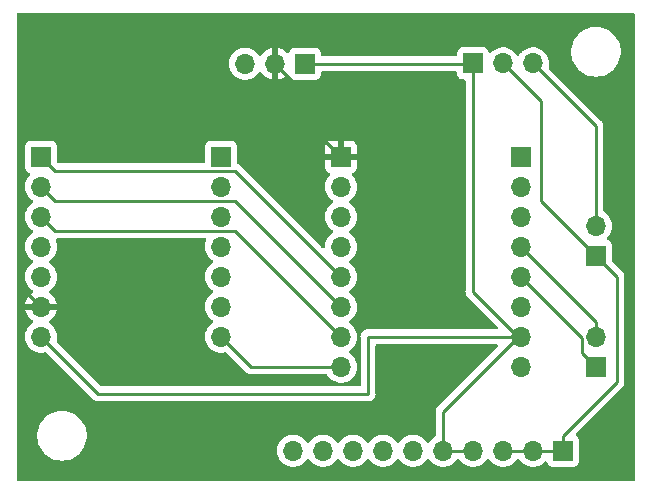
<source format=gbr>
%TF.GenerationSoftware,KiCad,Pcbnew,(6.0.5)*%
%TF.CreationDate,2022-06-15T23:12:15-05:00*%
%TF.ProjectId,hauptic_pcb,68617570-7469-4635-9f70-63622e6b6963,rev?*%
%TF.SameCoordinates,Original*%
%TF.FileFunction,Copper,L1,Top*%
%TF.FilePolarity,Positive*%
%FSLAX46Y46*%
G04 Gerber Fmt 4.6, Leading zero omitted, Abs format (unit mm)*
G04 Created by KiCad (PCBNEW (6.0.5)) date 2022-06-15 23:12:15*
%MOMM*%
%LPD*%
G01*
G04 APERTURE LIST*
%TA.AperFunction,ComponentPad*%
%ADD10O,1.700000X1.700000*%
%TD*%
%TA.AperFunction,ComponentPad*%
%ADD11R,1.700000X1.700000*%
%TD*%
%TA.AperFunction,Conductor*%
%ADD12C,0.250000*%
%TD*%
G04 APERTURE END LIST*
D10*
%TO.P,Regulator,3,Pin_3*%
%TO.N,Net-(Main_power1-Pad2)*%
X168656000Y-70841000D03*
%TO.P,Regulator,2,Pin_2*%
%TO.N,Net-(Communication1-Pad1)*%
X166116000Y-70841000D03*
D11*
%TO.P,Regulator,1,Pin_1*%
%TO.N,Net-(Communication1-Pad4)*%
X163576000Y-70841000D03*
%TD*%
%TO.P,Motor_driver,1,Pin_1*%
%TO.N,unconnected-(Motor_driver2-Pad1)*%
X167640000Y-78740000D03*
D10*
%TO.P,Motor_driver,2,Pin_2*%
%TO.N,unconnected-(Motor_driver2-Pad2)*%
X167640000Y-81280000D03*
%TO.P,Motor_driver,3,Pin_3*%
%TO.N,unconnected-(Motor_driver2-Pad3)*%
X167640000Y-83820000D03*
%TO.P,Motor_driver,4,Pin_4*%
%TO.N,Net-(Motor_driver2-Pad4)*%
X167640000Y-86360000D03*
%TO.P,Motor_driver,5,Pin_5*%
%TO.N,Net-(Motor_driver2-Pad5)*%
X167640000Y-88900000D03*
%TO.P,Motor_driver,6,Pin_6*%
%TO.N,Net-(Communication1-Pad1)*%
X167640000Y-91440000D03*
%TO.P,Motor_driver,7,Pin_7*%
%TO.N,Net-(Communication1-Pad4)*%
X167640000Y-93980000D03*
%TO.P,Motor_driver,8,Pin_8*%
%TO.N,Net-(Main_power1-Pad2)*%
X167640000Y-96520000D03*
%TD*%
D11*
%TO.P,Motor_driver,1,Pin_1*%
%TO.N,Net-(Sensor1-Pad2)*%
X152400000Y-78740000D03*
D10*
%TO.P,Motor_driver,2,Pin_2*%
%TO.N,unconnected-(Motor_driver1-Pad2)*%
X152400000Y-81280000D03*
%TO.P,Motor_driver,3,Pin_3*%
%TO.N,unconnected-(Motor_driver1-Pad3)*%
X152400000Y-83820000D03*
%TO.P,Motor_driver,4,Pin_4*%
%TO.N,unconnected-(Motor_driver1-Pad4)*%
X152400000Y-86360000D03*
%TO.P,Motor_driver,5,Pin_5*%
%TO.N,Net-(Logic_board1-Pad1)*%
X152400000Y-88900000D03*
%TO.P,Motor_driver,6,Pin_6*%
%TO.N,Net-(Logic_board1-Pad2)*%
X152400000Y-91440000D03*
%TO.P,Motor_driver,7,Pin_7*%
%TO.N,Net-(Logic_board1-Pad3)*%
X152400000Y-93980000D03*
%TO.P,Motor_driver,8,Pin_8*%
%TO.N,Net-(Logic_board2-Pad7)*%
X152400000Y-96520000D03*
%TD*%
D11*
%TO.P,Logic_board,1,Pin_1*%
%TO.N,unconnected-(Logic_board2-Pad1)*%
X142240000Y-78740000D03*
D10*
%TO.P,Logic_board,2,Pin_2*%
%TO.N,Net-(Communication1-Pad10)*%
X142240000Y-81280000D03*
%TO.P,Logic_board,3,Pin_3*%
%TO.N,Net-(Communication1-Pad7)*%
X142240000Y-83820000D03*
%TO.P,Logic_board,4,Pin_4*%
%TO.N,unconnected-(Logic_board2-Pad4)*%
X142240000Y-86360000D03*
%TO.P,Logic_board,5,Pin_5*%
%TO.N,Net-(Communication1-Pad6)*%
X142240000Y-88900000D03*
%TO.P,Logic_board,6,Pin_6*%
%TO.N,Net-(Sensor1-Pad3)*%
X142240000Y-91440000D03*
%TO.P,Logic_board,7,Pin_7*%
%TO.N,Net-(Logic_board2-Pad7)*%
X142240000Y-93980000D03*
%TD*%
%TO.P,Power,2,Pin_2*%
%TO.N,Net-(Main_power1-Pad2)*%
X173990000Y-84587000D03*
D11*
%TO.P,Power,1,Pin_1*%
%TO.N,Net-(Communication1-Pad1)*%
X173990000Y-87127000D03*
%TD*%
%TO.P,Sensor,1,Pin_1*%
%TO.N,Net-(Communication1-Pad4)*%
X149352000Y-70866000D03*
D10*
%TO.P,Sensor,2,Pin_2*%
%TO.N,Net-(Sensor1-Pad2)*%
X146812000Y-70866000D03*
%TO.P,Sensor,3,Pin_3*%
%TO.N,Net-(Sensor1-Pad3)*%
X144272000Y-70866000D03*
%TD*%
D11*
%TO.P,Communication,1,Pin_1*%
%TO.N,Net-(Communication1-Pad1)*%
X171196000Y-103632000D03*
D10*
%TO.P,Communication,2,Pin_2*%
X168656000Y-103632000D03*
%TO.P,Communication,3,Pin_3*%
X166116000Y-103632000D03*
%TO.P,Communication,4,Pin_4*%
%TO.N,Net-(Communication1-Pad4)*%
X163576000Y-103632000D03*
%TO.P,Communication,5,Pin_5*%
X161036000Y-103632000D03*
%TO.P,Communication,6,Pin_6*%
%TO.N,Net-(Communication1-Pad6)*%
X158496000Y-103632000D03*
%TO.P,Communication,7,Pin_7*%
%TO.N,Net-(Communication1-Pad7)*%
X155956000Y-103632000D03*
%TO.P,Communication,8,Pin_8*%
X153416000Y-103632000D03*
%TO.P,Communication,9,Pin_9*%
%TO.N,Net-(Communication1-Pad10)*%
X150876000Y-103632000D03*
%TO.P,Communication,10,Pin_10*%
X148336000Y-103632000D03*
%TD*%
D11*
%TO.P,Motor,1,Pin_1*%
%TO.N,Net-(Motor_driver2-Pad5)*%
X173990000Y-96525000D03*
D10*
%TO.P,Motor,2,Pin_2*%
%TO.N,Net-(Motor_driver2-Pad4)*%
X173990000Y-93985000D03*
%TD*%
D11*
%TO.P,Logic_board,1,Pin_1*%
%TO.N,Net-(Logic_board1-Pad1)*%
X127000000Y-78740000D03*
D10*
%TO.P,Logic_board,2,Pin_2*%
%TO.N,Net-(Logic_board1-Pad2)*%
X127000000Y-81280000D03*
%TO.P,Logic_board,3,Pin_3*%
%TO.N,Net-(Logic_board1-Pad3)*%
X127000000Y-83820000D03*
%TO.P,Logic_board,4,Pin_4*%
%TO.N,unconnected-(Logic_board1-Pad4)*%
X127000000Y-86360000D03*
%TO.P,Logic_board,5,Pin_5*%
%TO.N,unconnected-(Logic_board1-Pad5)*%
X127000000Y-88900000D03*
%TO.P,Logic_board,6,Pin_6*%
%TO.N,Net-(Sensor1-Pad2)*%
X127000000Y-91440000D03*
%TO.P,Logic_board,7,Pin_7*%
%TO.N,Net-(Communication1-Pad4)*%
X127000000Y-93980000D03*
%TD*%
D12*
%TO.N,Net-(Communication1-Pad4)*%
X161036000Y-100330000D02*
X167386000Y-93980000D01*
X161036000Y-103632000D02*
X161036000Y-100330000D01*
X163576000Y-90170000D02*
X167386000Y-93980000D01*
X163576000Y-70841000D02*
X163576000Y-90170000D01*
%TO.N,Net-(Communication1-Pad1)*%
X169317511Y-82454511D02*
X173990000Y-87127000D01*
X169317511Y-74042511D02*
X169317511Y-82454511D01*
X166116000Y-70841000D02*
X169317511Y-74042511D01*
%TO.N,Net-(Main_power1-Pad2)*%
X173990000Y-76175000D02*
X168656000Y-70841000D01*
X173990000Y-84587000D02*
X173990000Y-76175000D01*
%TO.N,Net-(Communication1-Pad4)*%
X163551000Y-70866000D02*
X163576000Y-70841000D01*
X149352000Y-70866000D02*
X163551000Y-70866000D01*
%TO.N,Net-(Motor_driver2-Pad4)*%
X173990000Y-92710000D02*
X167640000Y-86360000D01*
%TO.N,Net-(Motor_driver2-Pad5)*%
X172815489Y-94075489D02*
X167640000Y-88900000D01*
%TO.N,Net-(Communication1-Pad4)*%
X154686000Y-93980000D02*
X167386000Y-93980000D01*
%TO.N,Net-(Communication1-Pad1)*%
X171196000Y-102362000D02*
X171196000Y-103632000D01*
X173990000Y-87127000D02*
X175768000Y-88905000D01*
X168656000Y-103632000D02*
X166116000Y-103632000D01*
X175768000Y-97790000D02*
X171196000Y-102362000D01*
X175768000Y-88905000D02*
X175768000Y-97790000D01*
X171196000Y-103632000D02*
X168656000Y-103632000D01*
%TO.N,Net-(Communication1-Pad4)*%
X154686000Y-98806000D02*
X131826000Y-98806000D01*
X161036000Y-103632000D02*
X163576000Y-103632000D01*
X154686000Y-93980000D02*
X154686000Y-98806000D01*
X167640000Y-93980000D02*
X167132000Y-93980000D01*
X131826000Y-98806000D02*
X127000000Y-93980000D01*
%TO.N,Net-(Sensor1-Pad2)*%
X146812000Y-70866000D02*
X152400000Y-76454000D01*
X125222000Y-89662000D02*
X125222000Y-75946000D01*
X152400000Y-76454000D02*
X152400000Y-78740000D01*
X149606000Y-75946000D02*
X152400000Y-78740000D01*
X127000000Y-91440000D02*
X125222000Y-89662000D01*
X125222000Y-75946000D02*
X149606000Y-75946000D01*
%TO.N,Net-(Logic_board1-Pad1)*%
X128174511Y-79914511D02*
X143414511Y-79914511D01*
X143414511Y-79914511D02*
X152400000Y-88900000D01*
X127000000Y-78740000D02*
X128174511Y-79914511D01*
%TO.N,Net-(Logic_board1-Pad2)*%
X152400000Y-91440000D02*
X143414511Y-82454511D01*
X143414511Y-82454511D02*
X128174511Y-82454511D01*
X128174511Y-82454511D02*
X127000000Y-81280000D01*
%TO.N,Net-(Logic_board1-Pad3)*%
X152400000Y-93980000D02*
X143414511Y-84994511D01*
X143414511Y-84994511D02*
X128174511Y-84994511D01*
X128174511Y-84994511D02*
X127000000Y-83820000D01*
%TO.N,Net-(Logic_board2-Pad7)*%
X152400000Y-96520000D02*
X144780000Y-96520000D01*
X144780000Y-96520000D02*
X142240000Y-93980000D01*
%TO.N,Net-(Motor_driver2-Pad4)*%
X173990000Y-93985000D02*
X173990000Y-92710000D01*
%TO.N,Net-(Motor_driver2-Pad5)*%
X172815489Y-95350489D02*
X172815489Y-94075489D01*
X173990000Y-96525000D02*
X172815489Y-95350489D01*
%TD*%
%TA.AperFunction,Conductor*%
%TO.N,Net-(Sensor1-Pad2)*%
G36*
X177233621Y-66568502D02*
G01*
X177280114Y-66622158D01*
X177291500Y-66674500D01*
X177291500Y-106045500D01*
X177271498Y-106113621D01*
X177217842Y-106160114D01*
X177165500Y-106171500D01*
X125094500Y-106171500D01*
X125026379Y-106151498D01*
X124979886Y-106097842D01*
X124968500Y-106045500D01*
X124968500Y-102494703D01*
X126668743Y-102494703D01*
X126706268Y-102779734D01*
X126782129Y-103057036D01*
X126894923Y-103321476D01*
X127042561Y-103568161D01*
X127222313Y-103792528D01*
X127430851Y-103990423D01*
X127664317Y-104158186D01*
X127668112Y-104160195D01*
X127668113Y-104160196D01*
X127689869Y-104171715D01*
X127918392Y-104292712D01*
X128188373Y-104391511D01*
X128469264Y-104452755D01*
X128497841Y-104455004D01*
X128692282Y-104470307D01*
X128692291Y-104470307D01*
X128694739Y-104470500D01*
X128850271Y-104470500D01*
X128852407Y-104470354D01*
X128852418Y-104470354D01*
X129060548Y-104456165D01*
X129060554Y-104456164D01*
X129064825Y-104455873D01*
X129069020Y-104455004D01*
X129069022Y-104455004D01*
X129205584Y-104426723D01*
X129346342Y-104397574D01*
X129617343Y-104301607D01*
X129872812Y-104169750D01*
X129876313Y-104167289D01*
X129876317Y-104167287D01*
X129990417Y-104087096D01*
X130108023Y-104004441D01*
X130299223Y-103826767D01*
X130315479Y-103811661D01*
X130315481Y-103811658D01*
X130318622Y-103808740D01*
X130500713Y-103586268D01*
X130650927Y-103341142D01*
X130766483Y-103077898D01*
X130845244Y-102801406D01*
X130885751Y-102516784D01*
X130885845Y-102498951D01*
X130887235Y-102233583D01*
X130887235Y-102233576D01*
X130887257Y-102229297D01*
X130885765Y-102217959D01*
X130857653Y-102004434D01*
X130849732Y-101944266D01*
X130773871Y-101666964D01*
X130661077Y-101402524D01*
X130513439Y-101155839D01*
X130333687Y-100931472D01*
X130125149Y-100733577D01*
X129891683Y-100565814D01*
X129872202Y-100555499D01*
X129846654Y-100541972D01*
X129637608Y-100431288D01*
X129367627Y-100332489D01*
X129086736Y-100271245D01*
X129055685Y-100268801D01*
X128863718Y-100253693D01*
X128863709Y-100253693D01*
X128861261Y-100253500D01*
X128705729Y-100253500D01*
X128703593Y-100253646D01*
X128703582Y-100253646D01*
X128495452Y-100267835D01*
X128495446Y-100267836D01*
X128491175Y-100268127D01*
X128486980Y-100268996D01*
X128486978Y-100268996D01*
X128433156Y-100280142D01*
X128209658Y-100326426D01*
X127938657Y-100422393D01*
X127683188Y-100554250D01*
X127679687Y-100556711D01*
X127679683Y-100556713D01*
X127628900Y-100592404D01*
X127447977Y-100719559D01*
X127237378Y-100915260D01*
X127055287Y-101137732D01*
X126905073Y-101382858D01*
X126789517Y-101646102D01*
X126710756Y-101922594D01*
X126670249Y-102207216D01*
X126670227Y-102211505D01*
X126670226Y-102211512D01*
X126668765Y-102490417D01*
X126668743Y-102494703D01*
X124968500Y-102494703D01*
X124968500Y-93946695D01*
X125637251Y-93946695D01*
X125637548Y-93951848D01*
X125637548Y-93951851D01*
X125643011Y-94046590D01*
X125650110Y-94169715D01*
X125651247Y-94174761D01*
X125651248Y-94174767D01*
X125671119Y-94262939D01*
X125699222Y-94387639D01*
X125783266Y-94594616D01*
X125899987Y-94785088D01*
X126046250Y-94953938D01*
X126218126Y-95096632D01*
X126411000Y-95209338D01*
X126619692Y-95289030D01*
X126624760Y-95290061D01*
X126624763Y-95290062D01*
X126729466Y-95311364D01*
X126838597Y-95333567D01*
X126843772Y-95333757D01*
X126843774Y-95333757D01*
X127056673Y-95341564D01*
X127056677Y-95341564D01*
X127061837Y-95341753D01*
X127066957Y-95341097D01*
X127066959Y-95341097D01*
X127278288Y-95314025D01*
X127278289Y-95314025D01*
X127283416Y-95313368D01*
X127288367Y-95311883D01*
X127288370Y-95311882D01*
X127329829Y-95299444D01*
X127400825Y-95299028D01*
X127455131Y-95331035D01*
X131322343Y-99198247D01*
X131329887Y-99206537D01*
X131334000Y-99213018D01*
X131339777Y-99218443D01*
X131383667Y-99259658D01*
X131386509Y-99262413D01*
X131406231Y-99282135D01*
X131409355Y-99284558D01*
X131409359Y-99284562D01*
X131409424Y-99284612D01*
X131418445Y-99292317D01*
X131450679Y-99322586D01*
X131457627Y-99326405D01*
X131457629Y-99326407D01*
X131468432Y-99332346D01*
X131484959Y-99343202D01*
X131494698Y-99350757D01*
X131494700Y-99350758D01*
X131500960Y-99355614D01*
X131541540Y-99373174D01*
X131552188Y-99378391D01*
X131566415Y-99386212D01*
X131590940Y-99399695D01*
X131598616Y-99401666D01*
X131598619Y-99401667D01*
X131610562Y-99404733D01*
X131629267Y-99411137D01*
X131647855Y-99419181D01*
X131655678Y-99420420D01*
X131655688Y-99420423D01*
X131691524Y-99426099D01*
X131703144Y-99428505D01*
X131738289Y-99437528D01*
X131745970Y-99439500D01*
X131766224Y-99439500D01*
X131785934Y-99441051D01*
X131805943Y-99444220D01*
X131813835Y-99443474D01*
X131825263Y-99442394D01*
X131849962Y-99440059D01*
X131861819Y-99439500D01*
X154614207Y-99439500D01*
X154637816Y-99441732D01*
X154638119Y-99441790D01*
X154638123Y-99441790D01*
X154645906Y-99443275D01*
X154701951Y-99439749D01*
X154709862Y-99439500D01*
X154725856Y-99439500D01*
X154741730Y-99437494D01*
X154749590Y-99436752D01*
X154777049Y-99435024D01*
X154797737Y-99433723D01*
X154797738Y-99433723D01*
X154805650Y-99433225D01*
X154813191Y-99430775D01*
X154813487Y-99430679D01*
X154836631Y-99425506D01*
X154836935Y-99425468D01*
X154836940Y-99425467D01*
X154844797Y-99424474D01*
X154852162Y-99421558D01*
X154852166Y-99421557D01*
X154897011Y-99403801D01*
X154904430Y-99401129D01*
X154957875Y-99383764D01*
X154964572Y-99379514D01*
X154964831Y-99379350D01*
X154985958Y-99368585D01*
X154986246Y-99368471D01*
X154986251Y-99368468D01*
X154993617Y-99365552D01*
X155000025Y-99360896D01*
X155000031Y-99360893D01*
X155039052Y-99332542D01*
X155045589Y-99328099D01*
X155093018Y-99298000D01*
X155098659Y-99291993D01*
X155116446Y-99276312D01*
X155116691Y-99276134D01*
X155116693Y-99276132D01*
X155123107Y-99271472D01*
X155128162Y-99265362D01*
X155158903Y-99228204D01*
X155164134Y-99222270D01*
X155197158Y-99187102D01*
X155197160Y-99187099D01*
X155202586Y-99181321D01*
X155206558Y-99174097D01*
X155219881Y-99154494D01*
X155220080Y-99154254D01*
X155220084Y-99154247D01*
X155225133Y-99148144D01*
X155249047Y-99097324D01*
X155252629Y-99090292D01*
X155279695Y-99041060D01*
X155281665Y-99033385D01*
X155281668Y-99033379D01*
X155281744Y-99033081D01*
X155289776Y-99010772D01*
X155289906Y-99010497D01*
X155289909Y-99010489D01*
X155293283Y-99003318D01*
X155303806Y-98948151D01*
X155305532Y-98940429D01*
X155317529Y-98893707D01*
X155317529Y-98893706D01*
X155319500Y-98886030D01*
X155319500Y-98877793D01*
X155321732Y-98854184D01*
X155321790Y-98853881D01*
X155321790Y-98853877D01*
X155323275Y-98846094D01*
X155319749Y-98790049D01*
X155319500Y-98782138D01*
X155319500Y-94739500D01*
X155339502Y-94671379D01*
X155393158Y-94624886D01*
X155445500Y-94613500D01*
X165552406Y-94613500D01*
X165620527Y-94633502D01*
X165667020Y-94687158D01*
X165677124Y-94757432D01*
X165647630Y-94822012D01*
X165641502Y-94828594D01*
X163141105Y-97328990D01*
X160643747Y-99826348D01*
X160635461Y-99833888D01*
X160628982Y-99838000D01*
X160623557Y-99843777D01*
X160582357Y-99887651D01*
X160579602Y-99890493D01*
X160559865Y-99910230D01*
X160557385Y-99913427D01*
X160549682Y-99922447D01*
X160519414Y-99954679D01*
X160515595Y-99961625D01*
X160515593Y-99961628D01*
X160509652Y-99972434D01*
X160498801Y-99988953D01*
X160486386Y-100004959D01*
X160483241Y-100012228D01*
X160483238Y-100012232D01*
X160468826Y-100045537D01*
X160463609Y-100056187D01*
X160442305Y-100094940D01*
X160440334Y-100102615D01*
X160440334Y-100102616D01*
X160437267Y-100114562D01*
X160430863Y-100133266D01*
X160422819Y-100151855D01*
X160421580Y-100159678D01*
X160421577Y-100159688D01*
X160415901Y-100195524D01*
X160413495Y-100207144D01*
X160402500Y-100249970D01*
X160402500Y-100270224D01*
X160400949Y-100289934D01*
X160397780Y-100309943D01*
X160398526Y-100317835D01*
X160401941Y-100353961D01*
X160402500Y-100365819D01*
X160402500Y-102353692D01*
X160382498Y-102421813D01*
X160334683Y-102465453D01*
X160309607Y-102478507D01*
X160305474Y-102481610D01*
X160305471Y-102481612D01*
X160135100Y-102609530D01*
X160130965Y-102612635D01*
X160091525Y-102653907D01*
X160037280Y-102710671D01*
X159976629Y-102774138D01*
X159869201Y-102931621D01*
X159814293Y-102976621D01*
X159743768Y-102984792D01*
X159680021Y-102953538D01*
X159659324Y-102929054D01*
X159578822Y-102804617D01*
X159578820Y-102804614D01*
X159576014Y-102800277D01*
X159425670Y-102635051D01*
X159421619Y-102631852D01*
X159421615Y-102631848D01*
X159254414Y-102499800D01*
X159254410Y-102499798D01*
X159250359Y-102496598D01*
X159245831Y-102494098D01*
X159129988Y-102430150D01*
X159054789Y-102388638D01*
X159049920Y-102386914D01*
X159049916Y-102386912D01*
X158849087Y-102315795D01*
X158849083Y-102315794D01*
X158844212Y-102314069D01*
X158839119Y-102313162D01*
X158839116Y-102313161D01*
X158629373Y-102275800D01*
X158629367Y-102275799D01*
X158624284Y-102274894D01*
X158550452Y-102273992D01*
X158406081Y-102272228D01*
X158406079Y-102272228D01*
X158400911Y-102272165D01*
X158180091Y-102305955D01*
X157967756Y-102375357D01*
X157937443Y-102391137D01*
X157793975Y-102465822D01*
X157769607Y-102478507D01*
X157765474Y-102481610D01*
X157765471Y-102481612D01*
X157595100Y-102609530D01*
X157590965Y-102612635D01*
X157551525Y-102653907D01*
X157497280Y-102710671D01*
X157436629Y-102774138D01*
X157329201Y-102931621D01*
X157274293Y-102976621D01*
X157203768Y-102984792D01*
X157140021Y-102953538D01*
X157119324Y-102929054D01*
X157038822Y-102804617D01*
X157038820Y-102804614D01*
X157036014Y-102800277D01*
X156885670Y-102635051D01*
X156881619Y-102631852D01*
X156881615Y-102631848D01*
X156714414Y-102499800D01*
X156714410Y-102499798D01*
X156710359Y-102496598D01*
X156705831Y-102494098D01*
X156589988Y-102430150D01*
X156514789Y-102388638D01*
X156509920Y-102386914D01*
X156509916Y-102386912D01*
X156309087Y-102315795D01*
X156309083Y-102315794D01*
X156304212Y-102314069D01*
X156299119Y-102313162D01*
X156299116Y-102313161D01*
X156089373Y-102275800D01*
X156089367Y-102275799D01*
X156084284Y-102274894D01*
X156010452Y-102273992D01*
X155866081Y-102272228D01*
X155866079Y-102272228D01*
X155860911Y-102272165D01*
X155640091Y-102305955D01*
X155427756Y-102375357D01*
X155397443Y-102391137D01*
X155253975Y-102465822D01*
X155229607Y-102478507D01*
X155225474Y-102481610D01*
X155225471Y-102481612D01*
X155055100Y-102609530D01*
X155050965Y-102612635D01*
X155011525Y-102653907D01*
X154957280Y-102710671D01*
X154896629Y-102774138D01*
X154789201Y-102931621D01*
X154734293Y-102976621D01*
X154663768Y-102984792D01*
X154600021Y-102953538D01*
X154579324Y-102929054D01*
X154498822Y-102804617D01*
X154498820Y-102804614D01*
X154496014Y-102800277D01*
X154345670Y-102635051D01*
X154341619Y-102631852D01*
X154341615Y-102631848D01*
X154174414Y-102499800D01*
X154174410Y-102499798D01*
X154170359Y-102496598D01*
X154165831Y-102494098D01*
X154049988Y-102430150D01*
X153974789Y-102388638D01*
X153969920Y-102386914D01*
X153969916Y-102386912D01*
X153769087Y-102315795D01*
X153769083Y-102315794D01*
X153764212Y-102314069D01*
X153759119Y-102313162D01*
X153759116Y-102313161D01*
X153549373Y-102275800D01*
X153549367Y-102275799D01*
X153544284Y-102274894D01*
X153470452Y-102273992D01*
X153326081Y-102272228D01*
X153326079Y-102272228D01*
X153320911Y-102272165D01*
X153100091Y-102305955D01*
X152887756Y-102375357D01*
X152857443Y-102391137D01*
X152713975Y-102465822D01*
X152689607Y-102478507D01*
X152685474Y-102481610D01*
X152685471Y-102481612D01*
X152515100Y-102609530D01*
X152510965Y-102612635D01*
X152471525Y-102653907D01*
X152417280Y-102710671D01*
X152356629Y-102774138D01*
X152249201Y-102931621D01*
X152194293Y-102976621D01*
X152123768Y-102984792D01*
X152060021Y-102953538D01*
X152039324Y-102929054D01*
X151958822Y-102804617D01*
X151958820Y-102804614D01*
X151956014Y-102800277D01*
X151805670Y-102635051D01*
X151801619Y-102631852D01*
X151801615Y-102631848D01*
X151634414Y-102499800D01*
X151634410Y-102499798D01*
X151630359Y-102496598D01*
X151625831Y-102494098D01*
X151509988Y-102430150D01*
X151434789Y-102388638D01*
X151429920Y-102386914D01*
X151429916Y-102386912D01*
X151229087Y-102315795D01*
X151229083Y-102315794D01*
X151224212Y-102314069D01*
X151219119Y-102313162D01*
X151219116Y-102313161D01*
X151009373Y-102275800D01*
X151009367Y-102275799D01*
X151004284Y-102274894D01*
X150930452Y-102273992D01*
X150786081Y-102272228D01*
X150786079Y-102272228D01*
X150780911Y-102272165D01*
X150560091Y-102305955D01*
X150347756Y-102375357D01*
X150317443Y-102391137D01*
X150173975Y-102465822D01*
X150149607Y-102478507D01*
X150145474Y-102481610D01*
X150145471Y-102481612D01*
X149975100Y-102609530D01*
X149970965Y-102612635D01*
X149931525Y-102653907D01*
X149877280Y-102710671D01*
X149816629Y-102774138D01*
X149709201Y-102931621D01*
X149654293Y-102976621D01*
X149583768Y-102984792D01*
X149520021Y-102953538D01*
X149499324Y-102929054D01*
X149418822Y-102804617D01*
X149418820Y-102804614D01*
X149416014Y-102800277D01*
X149265670Y-102635051D01*
X149261619Y-102631852D01*
X149261615Y-102631848D01*
X149094414Y-102499800D01*
X149094410Y-102499798D01*
X149090359Y-102496598D01*
X149085831Y-102494098D01*
X148969988Y-102430150D01*
X148894789Y-102388638D01*
X148889920Y-102386914D01*
X148889916Y-102386912D01*
X148689087Y-102315795D01*
X148689083Y-102315794D01*
X148684212Y-102314069D01*
X148679119Y-102313162D01*
X148679116Y-102313161D01*
X148469373Y-102275800D01*
X148469367Y-102275799D01*
X148464284Y-102274894D01*
X148390452Y-102273992D01*
X148246081Y-102272228D01*
X148246079Y-102272228D01*
X148240911Y-102272165D01*
X148020091Y-102305955D01*
X147807756Y-102375357D01*
X147777443Y-102391137D01*
X147633975Y-102465822D01*
X147609607Y-102478507D01*
X147605474Y-102481610D01*
X147605471Y-102481612D01*
X147435100Y-102609530D01*
X147430965Y-102612635D01*
X147391525Y-102653907D01*
X147337280Y-102710671D01*
X147276629Y-102774138D01*
X147150743Y-102958680D01*
X147056688Y-103161305D01*
X146996989Y-103376570D01*
X146973251Y-103598695D01*
X146973548Y-103603848D01*
X146973548Y-103603851D01*
X146985362Y-103808740D01*
X146986110Y-103821715D01*
X146987247Y-103826761D01*
X146987248Y-103826767D01*
X147011304Y-103933508D01*
X147035222Y-104039639D01*
X147119266Y-104246616D01*
X147156366Y-104307158D01*
X147233291Y-104432688D01*
X147235987Y-104437088D01*
X147382250Y-104605938D01*
X147554126Y-104748632D01*
X147747000Y-104861338D01*
X147955692Y-104941030D01*
X147960760Y-104942061D01*
X147960763Y-104942062D01*
X148068017Y-104963883D01*
X148174597Y-104985567D01*
X148179772Y-104985757D01*
X148179774Y-104985757D01*
X148392673Y-104993564D01*
X148392677Y-104993564D01*
X148397837Y-104993753D01*
X148402957Y-104993097D01*
X148402959Y-104993097D01*
X148614288Y-104966025D01*
X148614289Y-104966025D01*
X148619416Y-104965368D01*
X148624366Y-104963883D01*
X148828429Y-104902661D01*
X148828434Y-104902659D01*
X148833384Y-104901174D01*
X149033994Y-104802896D01*
X149215860Y-104673173D01*
X149374096Y-104515489D01*
X149406563Y-104470307D01*
X149504453Y-104334077D01*
X149505776Y-104335028D01*
X149552645Y-104291857D01*
X149622580Y-104279625D01*
X149688026Y-104307144D01*
X149715875Y-104338994D01*
X149775987Y-104437088D01*
X149922250Y-104605938D01*
X150094126Y-104748632D01*
X150287000Y-104861338D01*
X150495692Y-104941030D01*
X150500760Y-104942061D01*
X150500763Y-104942062D01*
X150608017Y-104963883D01*
X150714597Y-104985567D01*
X150719772Y-104985757D01*
X150719774Y-104985757D01*
X150932673Y-104993564D01*
X150932677Y-104993564D01*
X150937837Y-104993753D01*
X150942957Y-104993097D01*
X150942959Y-104993097D01*
X151154288Y-104966025D01*
X151154289Y-104966025D01*
X151159416Y-104965368D01*
X151164366Y-104963883D01*
X151368429Y-104902661D01*
X151368434Y-104902659D01*
X151373384Y-104901174D01*
X151573994Y-104802896D01*
X151755860Y-104673173D01*
X151914096Y-104515489D01*
X151946563Y-104470307D01*
X152044453Y-104334077D01*
X152045776Y-104335028D01*
X152092645Y-104291857D01*
X152162580Y-104279625D01*
X152228026Y-104307144D01*
X152255875Y-104338994D01*
X152315987Y-104437088D01*
X152462250Y-104605938D01*
X152634126Y-104748632D01*
X152827000Y-104861338D01*
X153035692Y-104941030D01*
X153040760Y-104942061D01*
X153040763Y-104942062D01*
X153148017Y-104963883D01*
X153254597Y-104985567D01*
X153259772Y-104985757D01*
X153259774Y-104985757D01*
X153472673Y-104993564D01*
X153472677Y-104993564D01*
X153477837Y-104993753D01*
X153482957Y-104993097D01*
X153482959Y-104993097D01*
X153694288Y-104966025D01*
X153694289Y-104966025D01*
X153699416Y-104965368D01*
X153704366Y-104963883D01*
X153908429Y-104902661D01*
X153908434Y-104902659D01*
X153913384Y-104901174D01*
X154113994Y-104802896D01*
X154295860Y-104673173D01*
X154454096Y-104515489D01*
X154486563Y-104470307D01*
X154584453Y-104334077D01*
X154585776Y-104335028D01*
X154632645Y-104291857D01*
X154702580Y-104279625D01*
X154768026Y-104307144D01*
X154795875Y-104338994D01*
X154855987Y-104437088D01*
X155002250Y-104605938D01*
X155174126Y-104748632D01*
X155367000Y-104861338D01*
X155575692Y-104941030D01*
X155580760Y-104942061D01*
X155580763Y-104942062D01*
X155688017Y-104963883D01*
X155794597Y-104985567D01*
X155799772Y-104985757D01*
X155799774Y-104985757D01*
X156012673Y-104993564D01*
X156012677Y-104993564D01*
X156017837Y-104993753D01*
X156022957Y-104993097D01*
X156022959Y-104993097D01*
X156234288Y-104966025D01*
X156234289Y-104966025D01*
X156239416Y-104965368D01*
X156244366Y-104963883D01*
X156448429Y-104902661D01*
X156448434Y-104902659D01*
X156453384Y-104901174D01*
X156653994Y-104802896D01*
X156835860Y-104673173D01*
X156994096Y-104515489D01*
X157026563Y-104470307D01*
X157124453Y-104334077D01*
X157125776Y-104335028D01*
X157172645Y-104291857D01*
X157242580Y-104279625D01*
X157308026Y-104307144D01*
X157335875Y-104338994D01*
X157395987Y-104437088D01*
X157542250Y-104605938D01*
X157714126Y-104748632D01*
X157907000Y-104861338D01*
X158115692Y-104941030D01*
X158120760Y-104942061D01*
X158120763Y-104942062D01*
X158228017Y-104963883D01*
X158334597Y-104985567D01*
X158339772Y-104985757D01*
X158339774Y-104985757D01*
X158552673Y-104993564D01*
X158552677Y-104993564D01*
X158557837Y-104993753D01*
X158562957Y-104993097D01*
X158562959Y-104993097D01*
X158774288Y-104966025D01*
X158774289Y-104966025D01*
X158779416Y-104965368D01*
X158784366Y-104963883D01*
X158988429Y-104902661D01*
X158988434Y-104902659D01*
X158993384Y-104901174D01*
X159193994Y-104802896D01*
X159375860Y-104673173D01*
X159534096Y-104515489D01*
X159566563Y-104470307D01*
X159664453Y-104334077D01*
X159665776Y-104335028D01*
X159712645Y-104291857D01*
X159782580Y-104279625D01*
X159848026Y-104307144D01*
X159875875Y-104338994D01*
X159935987Y-104437088D01*
X160082250Y-104605938D01*
X160254126Y-104748632D01*
X160447000Y-104861338D01*
X160655692Y-104941030D01*
X160660760Y-104942061D01*
X160660763Y-104942062D01*
X160768017Y-104963883D01*
X160874597Y-104985567D01*
X160879772Y-104985757D01*
X160879774Y-104985757D01*
X161092673Y-104993564D01*
X161092677Y-104993564D01*
X161097837Y-104993753D01*
X161102957Y-104993097D01*
X161102959Y-104993097D01*
X161314288Y-104966025D01*
X161314289Y-104966025D01*
X161319416Y-104965368D01*
X161324366Y-104963883D01*
X161528429Y-104902661D01*
X161528434Y-104902659D01*
X161533384Y-104901174D01*
X161733994Y-104802896D01*
X161915860Y-104673173D01*
X162074096Y-104515489D01*
X162106563Y-104470307D01*
X162204453Y-104334077D01*
X162205774Y-104335026D01*
X162252663Y-104291849D01*
X162322600Y-104279628D01*
X162388042Y-104307158D01*
X162415874Y-104338995D01*
X162473285Y-104432680D01*
X162473290Y-104432687D01*
X162475987Y-104437088D01*
X162622250Y-104605938D01*
X162794126Y-104748632D01*
X162987000Y-104861338D01*
X163195692Y-104941030D01*
X163200760Y-104942061D01*
X163200763Y-104942062D01*
X163308017Y-104963883D01*
X163414597Y-104985567D01*
X163419772Y-104985757D01*
X163419774Y-104985757D01*
X163632673Y-104993564D01*
X163632677Y-104993564D01*
X163637837Y-104993753D01*
X163642957Y-104993097D01*
X163642959Y-104993097D01*
X163854288Y-104966025D01*
X163854289Y-104966025D01*
X163859416Y-104965368D01*
X163864366Y-104963883D01*
X164068429Y-104902661D01*
X164068434Y-104902659D01*
X164073384Y-104901174D01*
X164273994Y-104802896D01*
X164455860Y-104673173D01*
X164614096Y-104515489D01*
X164646563Y-104470307D01*
X164744453Y-104334077D01*
X164745776Y-104335028D01*
X164792645Y-104291857D01*
X164862580Y-104279625D01*
X164928026Y-104307144D01*
X164955875Y-104338994D01*
X165015987Y-104437088D01*
X165162250Y-104605938D01*
X165334126Y-104748632D01*
X165527000Y-104861338D01*
X165735692Y-104941030D01*
X165740760Y-104942061D01*
X165740763Y-104942062D01*
X165848017Y-104963883D01*
X165954597Y-104985567D01*
X165959772Y-104985757D01*
X165959774Y-104985757D01*
X166172673Y-104993564D01*
X166172677Y-104993564D01*
X166177837Y-104993753D01*
X166182957Y-104993097D01*
X166182959Y-104993097D01*
X166394288Y-104966025D01*
X166394289Y-104966025D01*
X166399416Y-104965368D01*
X166404366Y-104963883D01*
X166608429Y-104902661D01*
X166608434Y-104902659D01*
X166613384Y-104901174D01*
X166813994Y-104802896D01*
X166995860Y-104673173D01*
X167154096Y-104515489D01*
X167186563Y-104470307D01*
X167284453Y-104334077D01*
X167285774Y-104335026D01*
X167332663Y-104291849D01*
X167402600Y-104279628D01*
X167468042Y-104307158D01*
X167495874Y-104338995D01*
X167553285Y-104432680D01*
X167553290Y-104432687D01*
X167555987Y-104437088D01*
X167702250Y-104605938D01*
X167874126Y-104748632D01*
X168067000Y-104861338D01*
X168275692Y-104941030D01*
X168280760Y-104942061D01*
X168280763Y-104942062D01*
X168388017Y-104963883D01*
X168494597Y-104985567D01*
X168499772Y-104985757D01*
X168499774Y-104985757D01*
X168712673Y-104993564D01*
X168712677Y-104993564D01*
X168717837Y-104993753D01*
X168722957Y-104993097D01*
X168722959Y-104993097D01*
X168934288Y-104966025D01*
X168934289Y-104966025D01*
X168939416Y-104965368D01*
X168944366Y-104963883D01*
X169148429Y-104902661D01*
X169148434Y-104902659D01*
X169153384Y-104901174D01*
X169353994Y-104802896D01*
X169535860Y-104673173D01*
X169644091Y-104565319D01*
X169706462Y-104531404D01*
X169777268Y-104536592D01*
X169834030Y-104579238D01*
X169851012Y-104610341D01*
X169895385Y-104728705D01*
X169982739Y-104845261D01*
X170099295Y-104932615D01*
X170235684Y-104983745D01*
X170297866Y-104990500D01*
X172094134Y-104990500D01*
X172156316Y-104983745D01*
X172292705Y-104932615D01*
X172409261Y-104845261D01*
X172496615Y-104728705D01*
X172547745Y-104592316D01*
X172554500Y-104530134D01*
X172554500Y-102733866D01*
X172547745Y-102671684D01*
X172496615Y-102535295D01*
X172409261Y-102418739D01*
X172311716Y-102345633D01*
X172269204Y-102288777D01*
X172264178Y-102217959D01*
X172298189Y-102155715D01*
X176160247Y-98293657D01*
X176168537Y-98286113D01*
X176175018Y-98282000D01*
X176221659Y-98232332D01*
X176224413Y-98229491D01*
X176244134Y-98209770D01*
X176246612Y-98206575D01*
X176254318Y-98197553D01*
X176279158Y-98171101D01*
X176284586Y-98165321D01*
X176290732Y-98154142D01*
X176294346Y-98147568D01*
X176305199Y-98131045D01*
X176312753Y-98121306D01*
X176317613Y-98115041D01*
X176335176Y-98074457D01*
X176340383Y-98063827D01*
X176361695Y-98025060D01*
X176363666Y-98017383D01*
X176363668Y-98017378D01*
X176366732Y-98005442D01*
X176373138Y-97986730D01*
X176378034Y-97975417D01*
X176381181Y-97968145D01*
X176388097Y-97924481D01*
X176390504Y-97912860D01*
X176399528Y-97877711D01*
X176399528Y-97877710D01*
X176401500Y-97870030D01*
X176401500Y-97849769D01*
X176403051Y-97830058D01*
X176403256Y-97828767D01*
X176406219Y-97810057D01*
X176402059Y-97766046D01*
X176401500Y-97754189D01*
X176401500Y-88983768D01*
X176402027Y-88972585D01*
X176403702Y-88965092D01*
X176401562Y-88897001D01*
X176401500Y-88893044D01*
X176401500Y-88865144D01*
X176400996Y-88861153D01*
X176400063Y-88849311D01*
X176399571Y-88833637D01*
X176398674Y-88805111D01*
X176396462Y-88797497D01*
X176396461Y-88797492D01*
X176393023Y-88785659D01*
X176389012Y-88766295D01*
X176387467Y-88754064D01*
X176386474Y-88746203D01*
X176383557Y-88738836D01*
X176383556Y-88738831D01*
X176370198Y-88705092D01*
X176366354Y-88693865D01*
X176361559Y-88677361D01*
X176354018Y-88651407D01*
X176343707Y-88633972D01*
X176335012Y-88616224D01*
X176327552Y-88597383D01*
X176301564Y-88561613D01*
X176295048Y-88551693D01*
X176276580Y-88520465D01*
X176276578Y-88520462D01*
X176272542Y-88513638D01*
X176258221Y-88499317D01*
X176245380Y-88484283D01*
X176238131Y-88474306D01*
X176233472Y-88467893D01*
X176199395Y-88439702D01*
X176190616Y-88431712D01*
X175385405Y-87626501D01*
X175351379Y-87564189D01*
X175348500Y-87537406D01*
X175348500Y-86228866D01*
X175341745Y-86166684D01*
X175290615Y-86030295D01*
X175203261Y-85913739D01*
X175086705Y-85826385D01*
X175074132Y-85821672D01*
X174968203Y-85781960D01*
X174911439Y-85739318D01*
X174886739Y-85672756D01*
X174901947Y-85603408D01*
X174923493Y-85574727D01*
X175028096Y-85470489D01*
X175158453Y-85289077D01*
X175190321Y-85224598D01*
X175255136Y-85093453D01*
X175255137Y-85093451D01*
X175257430Y-85088811D01*
X175322370Y-84875069D01*
X175351529Y-84653590D01*
X175352130Y-84628990D01*
X175353074Y-84590365D01*
X175353074Y-84590361D01*
X175353156Y-84587000D01*
X175334852Y-84364361D01*
X175280431Y-84147702D01*
X175191354Y-83942840D01*
X175111885Y-83820000D01*
X175072822Y-83759617D01*
X175072820Y-83759614D01*
X175070014Y-83755277D01*
X174919670Y-83590051D01*
X174915619Y-83586852D01*
X174915615Y-83586848D01*
X174748414Y-83454800D01*
X174748410Y-83454798D01*
X174744359Y-83451598D01*
X174739835Y-83449101D01*
X174739831Y-83449098D01*
X174688608Y-83420822D01*
X174638636Y-83370390D01*
X174623500Y-83310513D01*
X174623500Y-76253767D01*
X174624027Y-76242584D01*
X174625702Y-76235091D01*
X174623562Y-76167014D01*
X174623500Y-76163055D01*
X174623500Y-76135144D01*
X174622995Y-76131144D01*
X174622062Y-76119301D01*
X174620922Y-76083029D01*
X174620673Y-76075110D01*
X174615022Y-76055658D01*
X174611014Y-76036306D01*
X174609467Y-76024063D01*
X174608474Y-76016203D01*
X174605556Y-76008832D01*
X174592200Y-75975097D01*
X174588355Y-75963870D01*
X174587721Y-75961687D01*
X174576018Y-75921407D01*
X174565707Y-75903972D01*
X174557012Y-75886224D01*
X174549552Y-75867383D01*
X174523564Y-75831613D01*
X174517048Y-75821693D01*
X174498580Y-75790465D01*
X174498578Y-75790462D01*
X174494542Y-75783638D01*
X174480221Y-75769317D01*
X174467380Y-75754283D01*
X174460131Y-75744306D01*
X174455472Y-75737893D01*
X174421395Y-75709702D01*
X174412616Y-75701712D01*
X170007218Y-71296313D01*
X169973192Y-71234001D01*
X169975755Y-71170589D01*
X169986865Y-71134022D01*
X169988370Y-71129069D01*
X170017529Y-70907590D01*
X170019156Y-70841000D01*
X170000852Y-70618361D01*
X169946431Y-70401702D01*
X169857354Y-70196840D01*
X169754995Y-70038617D01*
X169738822Y-70013617D01*
X169738820Y-70013614D01*
X169736014Y-70009277D01*
X169711834Y-69982703D01*
X171880743Y-69982703D01*
X171881302Y-69986947D01*
X171881302Y-69986951D01*
X171884654Y-70012411D01*
X171918268Y-70267734D01*
X171994129Y-70545036D01*
X172106923Y-70809476D01*
X172254561Y-71056161D01*
X172434313Y-71280528D01*
X172642851Y-71478423D01*
X172876317Y-71646186D01*
X172880112Y-71648195D01*
X172880113Y-71648196D01*
X172901869Y-71659715D01*
X173130392Y-71780712D01*
X173400373Y-71879511D01*
X173681264Y-71940755D01*
X173709841Y-71943004D01*
X173904282Y-71958307D01*
X173904291Y-71958307D01*
X173906739Y-71958500D01*
X174062271Y-71958500D01*
X174064407Y-71958354D01*
X174064418Y-71958354D01*
X174272548Y-71944165D01*
X174272554Y-71944164D01*
X174276825Y-71943873D01*
X174281020Y-71943004D01*
X174281022Y-71943004D01*
X174473494Y-71903145D01*
X174558342Y-71885574D01*
X174829343Y-71789607D01*
X175084812Y-71657750D01*
X175088313Y-71655289D01*
X175088317Y-71655287D01*
X175212404Y-71568077D01*
X175320023Y-71492441D01*
X175530622Y-71296740D01*
X175712713Y-71074268D01*
X175862927Y-70829142D01*
X175978483Y-70565898D01*
X176057244Y-70289406D01*
X176097751Y-70004784D01*
X176097843Y-69987403D01*
X176099235Y-69721583D01*
X176099235Y-69721576D01*
X176099257Y-69717297D01*
X176098627Y-69712507D01*
X176081544Y-69582750D01*
X176061732Y-69432266D01*
X175985871Y-69154964D01*
X175873077Y-68890524D01*
X175725439Y-68643839D01*
X175545687Y-68419472D01*
X175337149Y-68221577D01*
X175103683Y-68053814D01*
X175081843Y-68042250D01*
X175058654Y-68029972D01*
X174849608Y-67919288D01*
X174579627Y-67820489D01*
X174298736Y-67759245D01*
X174267685Y-67756801D01*
X174075718Y-67741693D01*
X174075709Y-67741693D01*
X174073261Y-67741500D01*
X173917729Y-67741500D01*
X173915593Y-67741646D01*
X173915582Y-67741646D01*
X173707452Y-67755835D01*
X173707446Y-67755836D01*
X173703175Y-67756127D01*
X173698980Y-67756996D01*
X173698978Y-67756996D01*
X173562416Y-67785277D01*
X173421658Y-67814426D01*
X173150657Y-67910393D01*
X172895188Y-68042250D01*
X172891687Y-68044711D01*
X172891683Y-68044713D01*
X172881594Y-68051804D01*
X172659977Y-68207559D01*
X172449378Y-68403260D01*
X172267287Y-68625732D01*
X172117073Y-68870858D01*
X172001517Y-69134102D01*
X171922756Y-69410594D01*
X171882249Y-69695216D01*
X171882227Y-69699505D01*
X171882226Y-69699512D01*
X171880765Y-69978417D01*
X171880743Y-69982703D01*
X169711834Y-69982703D01*
X169585670Y-69844051D01*
X169581619Y-69840852D01*
X169581615Y-69840848D01*
X169414414Y-69708800D01*
X169414410Y-69708798D01*
X169410359Y-69705598D01*
X169383850Y-69690964D01*
X169327611Y-69659919D01*
X169214789Y-69597638D01*
X169209920Y-69595914D01*
X169209916Y-69595912D01*
X169009087Y-69524795D01*
X169009083Y-69524794D01*
X169004212Y-69523069D01*
X168999119Y-69522162D01*
X168999116Y-69522161D01*
X168789373Y-69484800D01*
X168789367Y-69484799D01*
X168784284Y-69483894D01*
X168710452Y-69482992D01*
X168566081Y-69481228D01*
X168566079Y-69481228D01*
X168560911Y-69481165D01*
X168340091Y-69514955D01*
X168127756Y-69584357D01*
X167929607Y-69687507D01*
X167925474Y-69690610D01*
X167925471Y-69690612D01*
X167830246Y-69762109D01*
X167750965Y-69821635D01*
X167725894Y-69847870D01*
X167614470Y-69964469D01*
X167596629Y-69983138D01*
X167489201Y-70140621D01*
X167434293Y-70185621D01*
X167363768Y-70193792D01*
X167300021Y-70162538D01*
X167279324Y-70138054D01*
X167198822Y-70013617D01*
X167198820Y-70013614D01*
X167196014Y-70009277D01*
X167045670Y-69844051D01*
X167041619Y-69840852D01*
X167041615Y-69840848D01*
X166874414Y-69708800D01*
X166874410Y-69708798D01*
X166870359Y-69705598D01*
X166843850Y-69690964D01*
X166787611Y-69659919D01*
X166674789Y-69597638D01*
X166669920Y-69595914D01*
X166669916Y-69595912D01*
X166469087Y-69524795D01*
X166469083Y-69524794D01*
X166464212Y-69523069D01*
X166459119Y-69522162D01*
X166459116Y-69522161D01*
X166249373Y-69484800D01*
X166249367Y-69484799D01*
X166244284Y-69483894D01*
X166170452Y-69482992D01*
X166026081Y-69481228D01*
X166026079Y-69481228D01*
X166020911Y-69481165D01*
X165800091Y-69514955D01*
X165587756Y-69584357D01*
X165389607Y-69687507D01*
X165385474Y-69690610D01*
X165385471Y-69690612D01*
X165290246Y-69762109D01*
X165210965Y-69821635D01*
X165137717Y-69898285D01*
X165130283Y-69906064D01*
X165068759Y-69941494D01*
X164997846Y-69938037D01*
X164940060Y-69896791D01*
X164921207Y-69863243D01*
X164879767Y-69752703D01*
X164876615Y-69744295D01*
X164789261Y-69627739D01*
X164672705Y-69540385D01*
X164536316Y-69489255D01*
X164474134Y-69482500D01*
X162677866Y-69482500D01*
X162615684Y-69489255D01*
X162479295Y-69540385D01*
X162362739Y-69627739D01*
X162275385Y-69744295D01*
X162224255Y-69880684D01*
X162217500Y-69942866D01*
X162217500Y-70106500D01*
X162197498Y-70174621D01*
X162143842Y-70221114D01*
X162091500Y-70232500D01*
X150836500Y-70232500D01*
X150768379Y-70212498D01*
X150721886Y-70158842D01*
X150710500Y-70106500D01*
X150710500Y-69967866D01*
X150703745Y-69905684D01*
X150652615Y-69769295D01*
X150565261Y-69652739D01*
X150448705Y-69565385D01*
X150312316Y-69514255D01*
X150250134Y-69507500D01*
X148453866Y-69507500D01*
X148391684Y-69514255D01*
X148255295Y-69565385D01*
X148138739Y-69652739D01*
X148051385Y-69769295D01*
X148048233Y-69777703D01*
X148048232Y-69777705D01*
X148006722Y-69888433D01*
X147964081Y-69945198D01*
X147897519Y-69969898D01*
X147828170Y-69954691D01*
X147795546Y-69929004D01*
X147744799Y-69873234D01*
X147737273Y-69866215D01*
X147570139Y-69734222D01*
X147561552Y-69728517D01*
X147375117Y-69625599D01*
X147365705Y-69621369D01*
X147164959Y-69550280D01*
X147154988Y-69547646D01*
X147083837Y-69534972D01*
X147070540Y-69536432D01*
X147066000Y-69550989D01*
X147066000Y-72184517D01*
X147070064Y-72198359D01*
X147083478Y-72200393D01*
X147090184Y-72199534D01*
X147100262Y-72197392D01*
X147304255Y-72136191D01*
X147313842Y-72132433D01*
X147505095Y-72038739D01*
X147513945Y-72033464D01*
X147687328Y-71909792D01*
X147695193Y-71903145D01*
X147799897Y-71798805D01*
X147862268Y-71764889D01*
X147933075Y-71770077D01*
X147989837Y-71812723D01*
X148006819Y-71843826D01*
X148021934Y-71884144D01*
X148051385Y-71962705D01*
X148138739Y-72079261D01*
X148255295Y-72166615D01*
X148391684Y-72217745D01*
X148453866Y-72224500D01*
X150250134Y-72224500D01*
X150312316Y-72217745D01*
X150448705Y-72166615D01*
X150565261Y-72079261D01*
X150652615Y-71962705D01*
X150703745Y-71826316D01*
X150710500Y-71764134D01*
X150710500Y-71625500D01*
X150730502Y-71557379D01*
X150784158Y-71510886D01*
X150836500Y-71499500D01*
X162091500Y-71499500D01*
X162159621Y-71519502D01*
X162206114Y-71573158D01*
X162217500Y-71625500D01*
X162217500Y-71739134D01*
X162224255Y-71801316D01*
X162275385Y-71937705D01*
X162362739Y-72054261D01*
X162479295Y-72141615D01*
X162615684Y-72192745D01*
X162677866Y-72199500D01*
X162816500Y-72199500D01*
X162884621Y-72219502D01*
X162931114Y-72273158D01*
X162942500Y-72325500D01*
X162942500Y-90091233D01*
X162941973Y-90102416D01*
X162940298Y-90109909D01*
X162940547Y-90117835D01*
X162940547Y-90117836D01*
X162942438Y-90177986D01*
X162942500Y-90181945D01*
X162942500Y-90209856D01*
X162942997Y-90213790D01*
X162942997Y-90213791D01*
X162943005Y-90213856D01*
X162943938Y-90225693D01*
X162945327Y-90269889D01*
X162950155Y-90286507D01*
X162950978Y-90289339D01*
X162954987Y-90308700D01*
X162957526Y-90328797D01*
X162960445Y-90336168D01*
X162960445Y-90336170D01*
X162973804Y-90369912D01*
X162977649Y-90381142D01*
X162989982Y-90423593D01*
X162994015Y-90430412D01*
X162994017Y-90430417D01*
X163000293Y-90441028D01*
X163008988Y-90458776D01*
X163016448Y-90477617D01*
X163021110Y-90484033D01*
X163021110Y-90484034D01*
X163042436Y-90513387D01*
X163048952Y-90523307D01*
X163071458Y-90561362D01*
X163085779Y-90575683D01*
X163098619Y-90590716D01*
X163110528Y-90607107D01*
X163117562Y-90612926D01*
X163144605Y-90635298D01*
X163153384Y-90643288D01*
X165641501Y-93131405D01*
X165675527Y-93193717D01*
X165670462Y-93264532D01*
X165627915Y-93321368D01*
X165561395Y-93346179D01*
X165552406Y-93346500D01*
X154757793Y-93346500D01*
X154734184Y-93344268D01*
X154733881Y-93344210D01*
X154733877Y-93344210D01*
X154726094Y-93342725D01*
X154670049Y-93346251D01*
X154662138Y-93346500D01*
X154646144Y-93346500D01*
X154630270Y-93348506D01*
X154622410Y-93349248D01*
X154594951Y-93350976D01*
X154574263Y-93352277D01*
X154574262Y-93352277D01*
X154566350Y-93352775D01*
X154558809Y-93355225D01*
X154558513Y-93355321D01*
X154535369Y-93360494D01*
X154535065Y-93360532D01*
X154535060Y-93360533D01*
X154527203Y-93361526D01*
X154519838Y-93364442D01*
X154519834Y-93364443D01*
X154474989Y-93382199D01*
X154467570Y-93384871D01*
X154414125Y-93402236D01*
X154407429Y-93406486D01*
X154407428Y-93406486D01*
X154407169Y-93406650D01*
X154386042Y-93417415D01*
X154385754Y-93417529D01*
X154385749Y-93417532D01*
X154378383Y-93420448D01*
X154371975Y-93425104D01*
X154371969Y-93425107D01*
X154332948Y-93453458D01*
X154326411Y-93457901D01*
X154278982Y-93488000D01*
X154273556Y-93493778D01*
X154273555Y-93493779D01*
X154273341Y-93494007D01*
X154255554Y-93509688D01*
X154255309Y-93509866D01*
X154255307Y-93509868D01*
X154248893Y-93514528D01*
X154243839Y-93520637D01*
X154243838Y-93520638D01*
X154213097Y-93557796D01*
X154207866Y-93563730D01*
X154174842Y-93598898D01*
X154174840Y-93598901D01*
X154169414Y-93604679D01*
X154165445Y-93611899D01*
X154152119Y-93631506D01*
X154151920Y-93631746D01*
X154151916Y-93631753D01*
X154146867Y-93637856D01*
X154128259Y-93677400D01*
X154122953Y-93688676D01*
X154119371Y-93695708D01*
X154092305Y-93744940D01*
X154090335Y-93752615D01*
X154090332Y-93752621D01*
X154090256Y-93752919D01*
X154082224Y-93775228D01*
X154082094Y-93775503D01*
X154082091Y-93775511D01*
X154078717Y-93782682D01*
X154077231Y-93790474D01*
X154068195Y-93837843D01*
X154066471Y-93845558D01*
X154052500Y-93899970D01*
X154052500Y-93908207D01*
X154050268Y-93931816D01*
X154048725Y-93939906D01*
X154051459Y-93983365D01*
X154052251Y-93995951D01*
X154052500Y-94003862D01*
X154052500Y-98046500D01*
X154032498Y-98114621D01*
X153978842Y-98161114D01*
X153926500Y-98172500D01*
X132140594Y-98172500D01*
X132072473Y-98152498D01*
X132051499Y-98135595D01*
X128351218Y-94435313D01*
X128317192Y-94373001D01*
X128319755Y-94309589D01*
X128330865Y-94273022D01*
X128332370Y-94268069D01*
X128361529Y-94046590D01*
X128363156Y-93980000D01*
X128344852Y-93757361D01*
X128290431Y-93540702D01*
X128201354Y-93335840D01*
X128130790Y-93226764D01*
X128082822Y-93152617D01*
X128082820Y-93152614D01*
X128080014Y-93148277D01*
X127929670Y-92983051D01*
X127925619Y-92979852D01*
X127925615Y-92979848D01*
X127758414Y-92847800D01*
X127758410Y-92847798D01*
X127754359Y-92844598D01*
X127712569Y-92821529D01*
X127662598Y-92771097D01*
X127647826Y-92701654D01*
X127672942Y-92635248D01*
X127700294Y-92608641D01*
X127875328Y-92483792D01*
X127883200Y-92477139D01*
X128034052Y-92326812D01*
X128040730Y-92318965D01*
X128165003Y-92146020D01*
X128170313Y-92137183D01*
X128264670Y-91946267D01*
X128268469Y-91936672D01*
X128330377Y-91732910D01*
X128332555Y-91722837D01*
X128333986Y-91711962D01*
X128331775Y-91697778D01*
X128318617Y-91694000D01*
X125683225Y-91694000D01*
X125669694Y-91697973D01*
X125668257Y-91707966D01*
X125698565Y-91842446D01*
X125701645Y-91852275D01*
X125781770Y-92049603D01*
X125786413Y-92058794D01*
X125897694Y-92240388D01*
X125903777Y-92248699D01*
X126043213Y-92409667D01*
X126050580Y-92416883D01*
X126214434Y-92552916D01*
X126222881Y-92558831D01*
X126291969Y-92599203D01*
X126340693Y-92650842D01*
X126353764Y-92720625D01*
X126327033Y-92786396D01*
X126286584Y-92819752D01*
X126273607Y-92826507D01*
X126269474Y-92829610D01*
X126269471Y-92829612D01*
X126099100Y-92957530D01*
X126094965Y-92960635D01*
X125940629Y-93122138D01*
X125814743Y-93306680D01*
X125779688Y-93382199D01*
X125744546Y-93457908D01*
X125720688Y-93509305D01*
X125660989Y-93724570D01*
X125637251Y-93946695D01*
X124968500Y-93946695D01*
X124968500Y-88866695D01*
X125637251Y-88866695D01*
X125637548Y-88871848D01*
X125637548Y-88871851D01*
X125642924Y-88965092D01*
X125650110Y-89089715D01*
X125651247Y-89094761D01*
X125651248Y-89094767D01*
X125659301Y-89130499D01*
X125699222Y-89307639D01*
X125783266Y-89514616D01*
X125899987Y-89705088D01*
X126046250Y-89873938D01*
X126218126Y-90016632D01*
X126291445Y-90059476D01*
X126291955Y-90059774D01*
X126340679Y-90111412D01*
X126353750Y-90181195D01*
X126327019Y-90246967D01*
X126286562Y-90280327D01*
X126278457Y-90284546D01*
X126269738Y-90290036D01*
X126099433Y-90417905D01*
X126091726Y-90424748D01*
X125944590Y-90578717D01*
X125938104Y-90586727D01*
X125818098Y-90762649D01*
X125813000Y-90771623D01*
X125723338Y-90964783D01*
X125719775Y-90974470D01*
X125664389Y-91174183D01*
X125665912Y-91182607D01*
X125678292Y-91186000D01*
X128318344Y-91186000D01*
X128331875Y-91182027D01*
X128333180Y-91172947D01*
X128291214Y-91005875D01*
X128287894Y-90996124D01*
X128202972Y-90800814D01*
X128198105Y-90791739D01*
X128082426Y-90612926D01*
X128076136Y-90604757D01*
X127932806Y-90447240D01*
X127925273Y-90440215D01*
X127758139Y-90308222D01*
X127749556Y-90302520D01*
X127712602Y-90282120D01*
X127662631Y-90231687D01*
X127647859Y-90162245D01*
X127672975Y-90095839D01*
X127700327Y-90069232D01*
X127723797Y-90052491D01*
X127879860Y-89941173D01*
X127939052Y-89882188D01*
X128034435Y-89787137D01*
X128038096Y-89783489D01*
X128097594Y-89700689D01*
X128165435Y-89606277D01*
X128168453Y-89602077D01*
X128267430Y-89401811D01*
X128332370Y-89188069D01*
X128361529Y-88966590D01*
X128361759Y-88957165D01*
X128363074Y-88903365D01*
X128363074Y-88903361D01*
X128363156Y-88900000D01*
X128344852Y-88677361D01*
X128290431Y-88460702D01*
X128201354Y-88255840D01*
X128080014Y-88068277D01*
X127929670Y-87903051D01*
X127925619Y-87899852D01*
X127925615Y-87899848D01*
X127758414Y-87767800D01*
X127758410Y-87767798D01*
X127754359Y-87764598D01*
X127713053Y-87741796D01*
X127663084Y-87691364D01*
X127648312Y-87621921D01*
X127673428Y-87555516D01*
X127700780Y-87528909D01*
X127744603Y-87497650D01*
X127879860Y-87401173D01*
X128038096Y-87243489D01*
X128097594Y-87160689D01*
X128165435Y-87066277D01*
X128168453Y-87062077D01*
X128267430Y-86861811D01*
X128332370Y-86648069D01*
X128361529Y-86426590D01*
X128361611Y-86423240D01*
X128363074Y-86363365D01*
X128363074Y-86363361D01*
X128363156Y-86360000D01*
X128344852Y-86137361D01*
X128290431Y-85920702D01*
X128239797Y-85804252D01*
X128230977Y-85733807D01*
X128261644Y-85669775D01*
X128322060Y-85632487D01*
X128355347Y-85628011D01*
X140884576Y-85628011D01*
X140952697Y-85648013D01*
X140999190Y-85701669D01*
X141009294Y-85771943D01*
X140998864Y-85807061D01*
X140960688Y-85889305D01*
X140900989Y-86104570D01*
X140877251Y-86326695D01*
X140877548Y-86331848D01*
X140877548Y-86331851D01*
X140883011Y-86426590D01*
X140890110Y-86549715D01*
X140891247Y-86554761D01*
X140891248Y-86554767D01*
X140911119Y-86642939D01*
X140939222Y-86767639D01*
X141023266Y-86974616D01*
X141139987Y-87165088D01*
X141286250Y-87333938D01*
X141458126Y-87476632D01*
X141528595Y-87517811D01*
X141531445Y-87519476D01*
X141580169Y-87571114D01*
X141593240Y-87640897D01*
X141566509Y-87706669D01*
X141526055Y-87740027D01*
X141513607Y-87746507D01*
X141509474Y-87749610D01*
X141509471Y-87749612D01*
X141485247Y-87767800D01*
X141334965Y-87880635D01*
X141180629Y-88042138D01*
X141054743Y-88226680D01*
X141039003Y-88260590D01*
X140963973Y-88422229D01*
X140960688Y-88429305D01*
X140900989Y-88644570D01*
X140877251Y-88866695D01*
X140877548Y-88871848D01*
X140877548Y-88871851D01*
X140882924Y-88965092D01*
X140890110Y-89089715D01*
X140891247Y-89094761D01*
X140891248Y-89094767D01*
X140899301Y-89130499D01*
X140939222Y-89307639D01*
X141023266Y-89514616D01*
X141139987Y-89705088D01*
X141286250Y-89873938D01*
X141458126Y-90016632D01*
X141528595Y-90057811D01*
X141531445Y-90059476D01*
X141580169Y-90111114D01*
X141593240Y-90180897D01*
X141566509Y-90246669D01*
X141526055Y-90280027D01*
X141513607Y-90286507D01*
X141509474Y-90289610D01*
X141509471Y-90289612D01*
X141339100Y-90417530D01*
X141334965Y-90420635D01*
X141331393Y-90424373D01*
X141186798Y-90575683D01*
X141180629Y-90582138D01*
X141177715Y-90586410D01*
X141177714Y-90586411D01*
X141174777Y-90590717D01*
X141054743Y-90766680D01*
X140960688Y-90969305D01*
X140900989Y-91184570D01*
X140877251Y-91406695D01*
X140877548Y-91411848D01*
X140877548Y-91411851D01*
X140883011Y-91506590D01*
X140890110Y-91629715D01*
X140891247Y-91634760D01*
X140891248Y-91634767D01*
X140898745Y-91668031D01*
X140939222Y-91847639D01*
X141023266Y-92054616D01*
X141139987Y-92245088D01*
X141286250Y-92413938D01*
X141458126Y-92556632D01*
X141516355Y-92590658D01*
X141531445Y-92599476D01*
X141580169Y-92651114D01*
X141593240Y-92720897D01*
X141566509Y-92786669D01*
X141526055Y-92820027D01*
X141513607Y-92826507D01*
X141509474Y-92829610D01*
X141509471Y-92829612D01*
X141339100Y-92957530D01*
X141334965Y-92960635D01*
X141180629Y-93122138D01*
X141054743Y-93306680D01*
X141019688Y-93382199D01*
X140984546Y-93457908D01*
X140960688Y-93509305D01*
X140900989Y-93724570D01*
X140877251Y-93946695D01*
X140877548Y-93951848D01*
X140877548Y-93951851D01*
X140883011Y-94046590D01*
X140890110Y-94169715D01*
X140891247Y-94174761D01*
X140891248Y-94174767D01*
X140911119Y-94262939D01*
X140939222Y-94387639D01*
X141023266Y-94594616D01*
X141139987Y-94785088D01*
X141286250Y-94953938D01*
X141458126Y-95096632D01*
X141651000Y-95209338D01*
X141859692Y-95289030D01*
X141864760Y-95290061D01*
X141864763Y-95290062D01*
X141969466Y-95311364D01*
X142078597Y-95333567D01*
X142083772Y-95333757D01*
X142083774Y-95333757D01*
X142296673Y-95341564D01*
X142296677Y-95341564D01*
X142301837Y-95341753D01*
X142306957Y-95341097D01*
X142306959Y-95341097D01*
X142518288Y-95314025D01*
X142518289Y-95314025D01*
X142523416Y-95313368D01*
X142528367Y-95311883D01*
X142528370Y-95311882D01*
X142569829Y-95299444D01*
X142640825Y-95299028D01*
X142695131Y-95331035D01*
X144276343Y-96912247D01*
X144283887Y-96920537D01*
X144288000Y-96927018D01*
X144293777Y-96932443D01*
X144337667Y-96973658D01*
X144340509Y-96976413D01*
X144360230Y-96996134D01*
X144363425Y-96998612D01*
X144372447Y-97006318D01*
X144404679Y-97036586D01*
X144411628Y-97040406D01*
X144422432Y-97046346D01*
X144438956Y-97057199D01*
X144454959Y-97069613D01*
X144495543Y-97087176D01*
X144506173Y-97092383D01*
X144544940Y-97113695D01*
X144552617Y-97115666D01*
X144552622Y-97115668D01*
X144564558Y-97118732D01*
X144583266Y-97125137D01*
X144601855Y-97133181D01*
X144609680Y-97134420D01*
X144609682Y-97134421D01*
X144645519Y-97140097D01*
X144657140Y-97142504D01*
X144692289Y-97151528D01*
X144699970Y-97153500D01*
X144720231Y-97153500D01*
X144739940Y-97155051D01*
X144759943Y-97158219D01*
X144767835Y-97157473D01*
X144773062Y-97156979D01*
X144803954Y-97154059D01*
X144815811Y-97153500D01*
X151124274Y-97153500D01*
X151192395Y-97173502D01*
X151231707Y-97213665D01*
X151299987Y-97325088D01*
X151446250Y-97493938D01*
X151618126Y-97636632D01*
X151811000Y-97749338D01*
X151815825Y-97751180D01*
X151815826Y-97751181D01*
X151854754Y-97766046D01*
X152019692Y-97829030D01*
X152024760Y-97830061D01*
X152024763Y-97830062D01*
X152121627Y-97849769D01*
X152238597Y-97873567D01*
X152243772Y-97873757D01*
X152243774Y-97873757D01*
X152456673Y-97881564D01*
X152456677Y-97881564D01*
X152461837Y-97881753D01*
X152466957Y-97881097D01*
X152466959Y-97881097D01*
X152678288Y-97854025D01*
X152678289Y-97854025D01*
X152683416Y-97853368D01*
X152728467Y-97839852D01*
X152892429Y-97790661D01*
X152892434Y-97790659D01*
X152897384Y-97789174D01*
X153097994Y-97690896D01*
X153279860Y-97561173D01*
X153438096Y-97403489D01*
X153497594Y-97320689D01*
X153565435Y-97226277D01*
X153568453Y-97222077D01*
X153572611Y-97213665D01*
X153665136Y-97026453D01*
X153665137Y-97026451D01*
X153667430Y-97021811D01*
X153732370Y-96808069D01*
X153761529Y-96586590D01*
X153763156Y-96520000D01*
X153744852Y-96297361D01*
X153690431Y-96080702D01*
X153601354Y-95875840D01*
X153480014Y-95688277D01*
X153329670Y-95523051D01*
X153325619Y-95519852D01*
X153325615Y-95519848D01*
X153158414Y-95387800D01*
X153158410Y-95387798D01*
X153154359Y-95384598D01*
X153113053Y-95361796D01*
X153063084Y-95311364D01*
X153048312Y-95241921D01*
X153073428Y-95175516D01*
X153100780Y-95148909D01*
X153144603Y-95117650D01*
X153279860Y-95021173D01*
X153438096Y-94863489D01*
X153497594Y-94780689D01*
X153565435Y-94686277D01*
X153568453Y-94682077D01*
X153573741Y-94671379D01*
X153665136Y-94486453D01*
X153665137Y-94486451D01*
X153667430Y-94481811D01*
X153703436Y-94363301D01*
X153730865Y-94273023D01*
X153730865Y-94273021D01*
X153732370Y-94268069D01*
X153761529Y-94046590D01*
X153763156Y-93980000D01*
X153744852Y-93757361D01*
X153690431Y-93540702D01*
X153601354Y-93335840D01*
X153530790Y-93226764D01*
X153482822Y-93152617D01*
X153482820Y-93152614D01*
X153480014Y-93148277D01*
X153329670Y-92983051D01*
X153325619Y-92979852D01*
X153325615Y-92979848D01*
X153158414Y-92847800D01*
X153158410Y-92847798D01*
X153154359Y-92844598D01*
X153113053Y-92821796D01*
X153063084Y-92771364D01*
X153048312Y-92701921D01*
X153073428Y-92635516D01*
X153100780Y-92608909D01*
X153153497Y-92571306D01*
X153279860Y-92481173D01*
X153438096Y-92323489D01*
X153451873Y-92304317D01*
X153565435Y-92146277D01*
X153568453Y-92142077D01*
X153667430Y-91941811D01*
X153721270Y-91764604D01*
X153730865Y-91733023D01*
X153730865Y-91733021D01*
X153732370Y-91728069D01*
X153761529Y-91506590D01*
X153761611Y-91503240D01*
X153763074Y-91443365D01*
X153763074Y-91443361D01*
X153763156Y-91440000D01*
X153744852Y-91217361D01*
X153690431Y-91000702D01*
X153601354Y-90795840D01*
X153502664Y-90643288D01*
X153482822Y-90612617D01*
X153482820Y-90612614D01*
X153480014Y-90608277D01*
X153329670Y-90443051D01*
X153325619Y-90439852D01*
X153325615Y-90439848D01*
X153158414Y-90307800D01*
X153158410Y-90307798D01*
X153154359Y-90304598D01*
X153113053Y-90281796D01*
X153063084Y-90231364D01*
X153048312Y-90161921D01*
X153073428Y-90095516D01*
X153100780Y-90068909D01*
X153144603Y-90037650D01*
X153279860Y-89941173D01*
X153339052Y-89882188D01*
X153434435Y-89787137D01*
X153438096Y-89783489D01*
X153497594Y-89700689D01*
X153565435Y-89606277D01*
X153568453Y-89602077D01*
X153667430Y-89401811D01*
X153732370Y-89188069D01*
X153761529Y-88966590D01*
X153761759Y-88957165D01*
X153763074Y-88903365D01*
X153763074Y-88903361D01*
X153763156Y-88900000D01*
X153744852Y-88677361D01*
X153690431Y-88460702D01*
X153601354Y-88255840D01*
X153480014Y-88068277D01*
X153329670Y-87903051D01*
X153325619Y-87899852D01*
X153325615Y-87899848D01*
X153158414Y-87767800D01*
X153158410Y-87767798D01*
X153154359Y-87764598D01*
X153113053Y-87741796D01*
X153063084Y-87691364D01*
X153048312Y-87621921D01*
X153073428Y-87555516D01*
X153100780Y-87528909D01*
X153144603Y-87497650D01*
X153279860Y-87401173D01*
X153438096Y-87243489D01*
X153497594Y-87160689D01*
X153565435Y-87066277D01*
X153568453Y-87062077D01*
X153667430Y-86861811D01*
X153732370Y-86648069D01*
X153761529Y-86426590D01*
X153761611Y-86423240D01*
X153763074Y-86363365D01*
X153763074Y-86363361D01*
X153763156Y-86360000D01*
X153744852Y-86137361D01*
X153690431Y-85920702D01*
X153601354Y-85715840D01*
X153544535Y-85628011D01*
X153482822Y-85532617D01*
X153482820Y-85532614D01*
X153480014Y-85528277D01*
X153329670Y-85363051D01*
X153325619Y-85359852D01*
X153325615Y-85359848D01*
X153158414Y-85227800D01*
X153158410Y-85227798D01*
X153154359Y-85224598D01*
X153113053Y-85201796D01*
X153063084Y-85151364D01*
X153048312Y-85081921D01*
X153073428Y-85015516D01*
X153100780Y-84988909D01*
X153144603Y-84957650D01*
X153279860Y-84861173D01*
X153438096Y-84703489D01*
X153497594Y-84620689D01*
X153565435Y-84526277D01*
X153568453Y-84522077D01*
X153571505Y-84515903D01*
X153665136Y-84326453D01*
X153665137Y-84326451D01*
X153667430Y-84321811D01*
X153732370Y-84108069D01*
X153761529Y-83886590D01*
X153763156Y-83820000D01*
X153744852Y-83597361D01*
X153690431Y-83380702D01*
X153601354Y-83175840D01*
X153480014Y-82988277D01*
X153329670Y-82823051D01*
X153325619Y-82819852D01*
X153325615Y-82819848D01*
X153158414Y-82687800D01*
X153158410Y-82687798D01*
X153154359Y-82684598D01*
X153113053Y-82661796D01*
X153063084Y-82611364D01*
X153048312Y-82541921D01*
X153073428Y-82475516D01*
X153100780Y-82448909D01*
X153144603Y-82417650D01*
X153279860Y-82321173D01*
X153438096Y-82163489D01*
X153497594Y-82080689D01*
X153565435Y-81986277D01*
X153568453Y-81982077D01*
X153571505Y-81975903D01*
X153665136Y-81786453D01*
X153665137Y-81786451D01*
X153667430Y-81781811D01*
X153732370Y-81568069D01*
X153761529Y-81346590D01*
X153763156Y-81280000D01*
X153744852Y-81057361D01*
X153690431Y-80840702D01*
X153601354Y-80635840D01*
X153480014Y-80448277D01*
X153476540Y-80444459D01*
X153476533Y-80444450D01*
X153332435Y-80286088D01*
X153301383Y-80222242D01*
X153309779Y-80151744D01*
X153354956Y-80096976D01*
X153381400Y-80083307D01*
X153488052Y-80043325D01*
X153503649Y-80034786D01*
X153605724Y-79958285D01*
X153618285Y-79945724D01*
X153694786Y-79843649D01*
X153703324Y-79828054D01*
X153748478Y-79707606D01*
X153752105Y-79692351D01*
X153757631Y-79641486D01*
X153758000Y-79634672D01*
X153758000Y-79012115D01*
X153753525Y-78996876D01*
X153752135Y-78995671D01*
X153744452Y-78994000D01*
X151060116Y-78994000D01*
X151044877Y-78998475D01*
X151043672Y-78999865D01*
X151042001Y-79007548D01*
X151042001Y-79634669D01*
X151042371Y-79641490D01*
X151047895Y-79692352D01*
X151051521Y-79707604D01*
X151096676Y-79828054D01*
X151105214Y-79843649D01*
X151181715Y-79945724D01*
X151194276Y-79958285D01*
X151296351Y-80034786D01*
X151311946Y-80043324D01*
X151420827Y-80084142D01*
X151477591Y-80126784D01*
X151502291Y-80193345D01*
X151487083Y-80262694D01*
X151467691Y-80289175D01*
X151353461Y-80408710D01*
X151340629Y-80422138D01*
X151214743Y-80606680D01*
X151120688Y-80809305D01*
X151060989Y-81024570D01*
X151037251Y-81246695D01*
X151037548Y-81251848D01*
X151037548Y-81251851D01*
X151043011Y-81346590D01*
X151050110Y-81469715D01*
X151051247Y-81474761D01*
X151051248Y-81474767D01*
X151071119Y-81562939D01*
X151099222Y-81687639D01*
X151183266Y-81894616D01*
X151299987Y-82085088D01*
X151446250Y-82253938D01*
X151618126Y-82396632D01*
X151688595Y-82437811D01*
X151691445Y-82439476D01*
X151740169Y-82491114D01*
X151753240Y-82560897D01*
X151726509Y-82626669D01*
X151686055Y-82660027D01*
X151673607Y-82666507D01*
X151669474Y-82669610D01*
X151669471Y-82669612D01*
X151499100Y-82797530D01*
X151494965Y-82800635D01*
X151340629Y-82962138D01*
X151214743Y-83146680D01*
X151175165Y-83231943D01*
X151138695Y-83310513D01*
X151120688Y-83349305D01*
X151060989Y-83564570D01*
X151037251Y-83786695D01*
X151037548Y-83791848D01*
X151037548Y-83791851D01*
X151043011Y-83886590D01*
X151050110Y-84009715D01*
X151051247Y-84014761D01*
X151051248Y-84014767D01*
X151071119Y-84102939D01*
X151099222Y-84227639D01*
X151183266Y-84434616D01*
X151299987Y-84625088D01*
X151446250Y-84793938D01*
X151618126Y-84936632D01*
X151688595Y-84977811D01*
X151691445Y-84979476D01*
X151740169Y-85031114D01*
X151753240Y-85100897D01*
X151726509Y-85166669D01*
X151686055Y-85200027D01*
X151673607Y-85206507D01*
X151669474Y-85209610D01*
X151669471Y-85209612D01*
X151558040Y-85293277D01*
X151494965Y-85340635D01*
X151491393Y-85344373D01*
X151370874Y-85470489D01*
X151340629Y-85502138D01*
X151214743Y-85686680D01*
X151120688Y-85889305D01*
X151060989Y-86104570D01*
X151037251Y-86326695D01*
X151037548Y-86331851D01*
X151037422Y-86337024D01*
X151035914Y-86336987D01*
X151021411Y-86399482D01*
X150970520Y-86448986D01*
X150900944Y-86463117D01*
X150834773Y-86437389D01*
X150822574Y-86426669D01*
X143918163Y-79522258D01*
X143910623Y-79513972D01*
X143906511Y-79507493D01*
X143856859Y-79460867D01*
X143854018Y-79458113D01*
X143834281Y-79438376D01*
X143831084Y-79435896D01*
X143822062Y-79428191D01*
X143795611Y-79403352D01*
X143789832Y-79397925D01*
X143782886Y-79394106D01*
X143782883Y-79394104D01*
X143772077Y-79388163D01*
X143755558Y-79377312D01*
X143755094Y-79376952D01*
X143739552Y-79364897D01*
X143732283Y-79361752D01*
X143732279Y-79361749D01*
X143698974Y-79347337D01*
X143688312Y-79342114D01*
X143663798Y-79328637D01*
X143613740Y-79278291D01*
X143598500Y-79218223D01*
X143598500Y-78467885D01*
X151042000Y-78467885D01*
X151046475Y-78483124D01*
X151047865Y-78484329D01*
X151055548Y-78486000D01*
X152127885Y-78486000D01*
X152143124Y-78481525D01*
X152144329Y-78480135D01*
X152146000Y-78472452D01*
X152146000Y-78467885D01*
X152654000Y-78467885D01*
X152658475Y-78483124D01*
X152659865Y-78484329D01*
X152667548Y-78486000D01*
X153739884Y-78486000D01*
X153755123Y-78481525D01*
X153756328Y-78480135D01*
X153757999Y-78472452D01*
X153757999Y-77845331D01*
X153757629Y-77838510D01*
X153752105Y-77787648D01*
X153748479Y-77772396D01*
X153703324Y-77651946D01*
X153694786Y-77636351D01*
X153618285Y-77534276D01*
X153605724Y-77521715D01*
X153503649Y-77445214D01*
X153488054Y-77436676D01*
X153367606Y-77391522D01*
X153352351Y-77387895D01*
X153301486Y-77382369D01*
X153294672Y-77382000D01*
X152672115Y-77382000D01*
X152656876Y-77386475D01*
X152655671Y-77387865D01*
X152654000Y-77395548D01*
X152654000Y-78467885D01*
X152146000Y-78467885D01*
X152146000Y-77400116D01*
X152141525Y-77384877D01*
X152140135Y-77383672D01*
X152132452Y-77382001D01*
X151505331Y-77382001D01*
X151498510Y-77382371D01*
X151447648Y-77387895D01*
X151432396Y-77391521D01*
X151311946Y-77436676D01*
X151296351Y-77445214D01*
X151194276Y-77521715D01*
X151181715Y-77534276D01*
X151105214Y-77636351D01*
X151096676Y-77651946D01*
X151051522Y-77772394D01*
X151047895Y-77787649D01*
X151042369Y-77838514D01*
X151042000Y-77845328D01*
X151042000Y-78467885D01*
X143598500Y-78467885D01*
X143598500Y-77841866D01*
X143591745Y-77779684D01*
X143540615Y-77643295D01*
X143453261Y-77526739D01*
X143336705Y-77439385D01*
X143200316Y-77388255D01*
X143138134Y-77381500D01*
X141341866Y-77381500D01*
X141279684Y-77388255D01*
X141143295Y-77439385D01*
X141026739Y-77526739D01*
X140939385Y-77643295D01*
X140888255Y-77779684D01*
X140881500Y-77841866D01*
X140881500Y-79155011D01*
X140861498Y-79223132D01*
X140807842Y-79269625D01*
X140755500Y-79281011D01*
X128489106Y-79281011D01*
X128420985Y-79261009D01*
X128400011Y-79244106D01*
X128395405Y-79239500D01*
X128361379Y-79177188D01*
X128358500Y-79150405D01*
X128358500Y-77841866D01*
X128351745Y-77779684D01*
X128300615Y-77643295D01*
X128213261Y-77526739D01*
X128096705Y-77439385D01*
X127960316Y-77388255D01*
X127898134Y-77381500D01*
X126101866Y-77381500D01*
X126039684Y-77388255D01*
X125903295Y-77439385D01*
X125786739Y-77526739D01*
X125699385Y-77643295D01*
X125648255Y-77779684D01*
X125641500Y-77841866D01*
X125641500Y-79638134D01*
X125648255Y-79700316D01*
X125699385Y-79836705D01*
X125786739Y-79953261D01*
X125903295Y-80040615D01*
X125911704Y-80043767D01*
X125911705Y-80043768D01*
X126020451Y-80084535D01*
X126077216Y-80127176D01*
X126101916Y-80193738D01*
X126086709Y-80263087D01*
X126067316Y-80289568D01*
X125940629Y-80422138D01*
X125814743Y-80606680D01*
X125720688Y-80809305D01*
X125660989Y-81024570D01*
X125637251Y-81246695D01*
X125637548Y-81251848D01*
X125637548Y-81251851D01*
X125643011Y-81346590D01*
X125650110Y-81469715D01*
X125651247Y-81474761D01*
X125651248Y-81474767D01*
X125671119Y-81562939D01*
X125699222Y-81687639D01*
X125783266Y-81894616D01*
X125899987Y-82085088D01*
X126046250Y-82253938D01*
X126218126Y-82396632D01*
X126288595Y-82437811D01*
X126291445Y-82439476D01*
X126340169Y-82491114D01*
X126353240Y-82560897D01*
X126326509Y-82626669D01*
X126286055Y-82660027D01*
X126273607Y-82666507D01*
X126269474Y-82669610D01*
X126269471Y-82669612D01*
X126099100Y-82797530D01*
X126094965Y-82800635D01*
X125940629Y-82962138D01*
X125814743Y-83146680D01*
X125775165Y-83231943D01*
X125738695Y-83310513D01*
X125720688Y-83349305D01*
X125660989Y-83564570D01*
X125637251Y-83786695D01*
X125637548Y-83791848D01*
X125637548Y-83791851D01*
X125643011Y-83886590D01*
X125650110Y-84009715D01*
X125651247Y-84014761D01*
X125651248Y-84014767D01*
X125671119Y-84102939D01*
X125699222Y-84227639D01*
X125783266Y-84434616D01*
X125899987Y-84625088D01*
X126046250Y-84793938D01*
X126218126Y-84936632D01*
X126288595Y-84977811D01*
X126291445Y-84979476D01*
X126340169Y-85031114D01*
X126353240Y-85100897D01*
X126326509Y-85166669D01*
X126286055Y-85200027D01*
X126273607Y-85206507D01*
X126269474Y-85209610D01*
X126269471Y-85209612D01*
X126158040Y-85293277D01*
X126094965Y-85340635D01*
X126091393Y-85344373D01*
X125970874Y-85470489D01*
X125940629Y-85502138D01*
X125814743Y-85686680D01*
X125720688Y-85889305D01*
X125660989Y-86104570D01*
X125637251Y-86326695D01*
X125637548Y-86331848D01*
X125637548Y-86331851D01*
X125643011Y-86426590D01*
X125650110Y-86549715D01*
X125651247Y-86554761D01*
X125651248Y-86554767D01*
X125671119Y-86642939D01*
X125699222Y-86767639D01*
X125783266Y-86974616D01*
X125899987Y-87165088D01*
X126046250Y-87333938D01*
X126218126Y-87476632D01*
X126288595Y-87517811D01*
X126291445Y-87519476D01*
X126340169Y-87571114D01*
X126353240Y-87640897D01*
X126326509Y-87706669D01*
X126286055Y-87740027D01*
X126273607Y-87746507D01*
X126269474Y-87749610D01*
X126269471Y-87749612D01*
X126245247Y-87767800D01*
X126094965Y-87880635D01*
X125940629Y-88042138D01*
X125814743Y-88226680D01*
X125799003Y-88260590D01*
X125723973Y-88422229D01*
X125720688Y-88429305D01*
X125660989Y-88644570D01*
X125637251Y-88866695D01*
X124968500Y-88866695D01*
X124968500Y-70832695D01*
X142909251Y-70832695D01*
X142909548Y-70837848D01*
X142909548Y-70837851D01*
X142915011Y-70932590D01*
X142922110Y-71055715D01*
X142923247Y-71060761D01*
X142923248Y-71060767D01*
X142937485Y-71123939D01*
X142971222Y-71273639D01*
X143009461Y-71367811D01*
X143053178Y-71475473D01*
X143055266Y-71480616D01*
X143075180Y-71513113D01*
X143165018Y-71659715D01*
X143171987Y-71671088D01*
X143318250Y-71839938D01*
X143490126Y-71982632D01*
X143683000Y-72095338D01*
X143891692Y-72175030D01*
X143896760Y-72176061D01*
X143896763Y-72176062D01*
X143991862Y-72195410D01*
X144110597Y-72219567D01*
X144115772Y-72219757D01*
X144115774Y-72219757D01*
X144328673Y-72227564D01*
X144328677Y-72227564D01*
X144333837Y-72227753D01*
X144338957Y-72227097D01*
X144338959Y-72227097D01*
X144550288Y-72200025D01*
X144550289Y-72200025D01*
X144555416Y-72199368D01*
X144560366Y-72197883D01*
X144764429Y-72136661D01*
X144764434Y-72136659D01*
X144769384Y-72135174D01*
X144969994Y-72036896D01*
X145151860Y-71907173D01*
X145310096Y-71749489D01*
X145369594Y-71666689D01*
X145440453Y-71568077D01*
X145441640Y-71568930D01*
X145488960Y-71525362D01*
X145558897Y-71513145D01*
X145624338Y-71540678D01*
X145652166Y-71572511D01*
X145709694Y-71666388D01*
X145715777Y-71674699D01*
X145855213Y-71835667D01*
X145862580Y-71842883D01*
X146026434Y-71978916D01*
X146034881Y-71984831D01*
X146218756Y-72092279D01*
X146228042Y-72096729D01*
X146427001Y-72172703D01*
X146436899Y-72175579D01*
X146540250Y-72196606D01*
X146554299Y-72195410D01*
X146558000Y-72185065D01*
X146558000Y-69549102D01*
X146554082Y-69535758D01*
X146539806Y-69533771D01*
X146501324Y-69539660D01*
X146491288Y-69542051D01*
X146288868Y-69608212D01*
X146279359Y-69612209D01*
X146090463Y-69710542D01*
X146081738Y-69716036D01*
X145911433Y-69843905D01*
X145903726Y-69850748D01*
X145756590Y-70004717D01*
X145750109Y-70012722D01*
X145645498Y-70166074D01*
X145590587Y-70211076D01*
X145520062Y-70219247D01*
X145456315Y-70187993D01*
X145435618Y-70163509D01*
X145354822Y-70038617D01*
X145354820Y-70038614D01*
X145352014Y-70034277D01*
X145201670Y-69869051D01*
X145197619Y-69865852D01*
X145197615Y-69865848D01*
X145030414Y-69733800D01*
X145030410Y-69733798D01*
X145026359Y-69730598D01*
X145010029Y-69721583D01*
X144943972Y-69685118D01*
X144830789Y-69622638D01*
X144825920Y-69620914D01*
X144825916Y-69620912D01*
X144625087Y-69549795D01*
X144625083Y-69549794D01*
X144620212Y-69548069D01*
X144615119Y-69547162D01*
X144615116Y-69547161D01*
X144405373Y-69509800D01*
X144405367Y-69509799D01*
X144400284Y-69508894D01*
X144326452Y-69507992D01*
X144182081Y-69506228D01*
X144182079Y-69506228D01*
X144176911Y-69506165D01*
X143956091Y-69539955D01*
X143743756Y-69609357D01*
X143708445Y-69627739D01*
X143578823Y-69695216D01*
X143545607Y-69712507D01*
X143541474Y-69715610D01*
X143541471Y-69715612D01*
X143371100Y-69843530D01*
X143366965Y-69846635D01*
X143363393Y-69850373D01*
X143219940Y-70000488D01*
X143212629Y-70008138D01*
X143086743Y-70192680D01*
X142992688Y-70395305D01*
X142932989Y-70610570D01*
X142909251Y-70832695D01*
X124968500Y-70832695D01*
X124968500Y-66674500D01*
X124988502Y-66606379D01*
X125042158Y-66559886D01*
X125094500Y-66548500D01*
X177165500Y-66548500D01*
X177233621Y-66568502D01*
G37*
%TD.AperFunction*%
%TD*%
M02*

</source>
